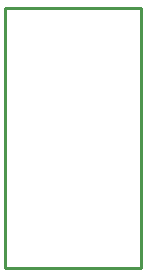
<source format=gko>
G04 Layer: BoardOutlineLayer*
G04 EasyEDA v6.5.14, 2022-08-18 14:25:51*
G04 c8ef562ab4d9436ea9df0ef271d83229,3f69662072a44a2baae2318354dd83ce,10*
G04 Gerber Generator version 0.2*
G04 Scale: 100 percent, Rotated: No, Reflected: No *
G04 Dimensions in millimeters *
G04 leading zeros omitted , absolute positions ,4 integer and 5 decimal *
%FSLAX45Y45*%
%MOMM*%

%ADD10C,0.2540*%
D10*
X-449999Y8699982D02*
G01*
X699998Y8699982D01*
X699998Y6499987D01*
X-449999Y6499987D01*
X-449999Y8699982D01*

%LPD*%
M02*

</source>
